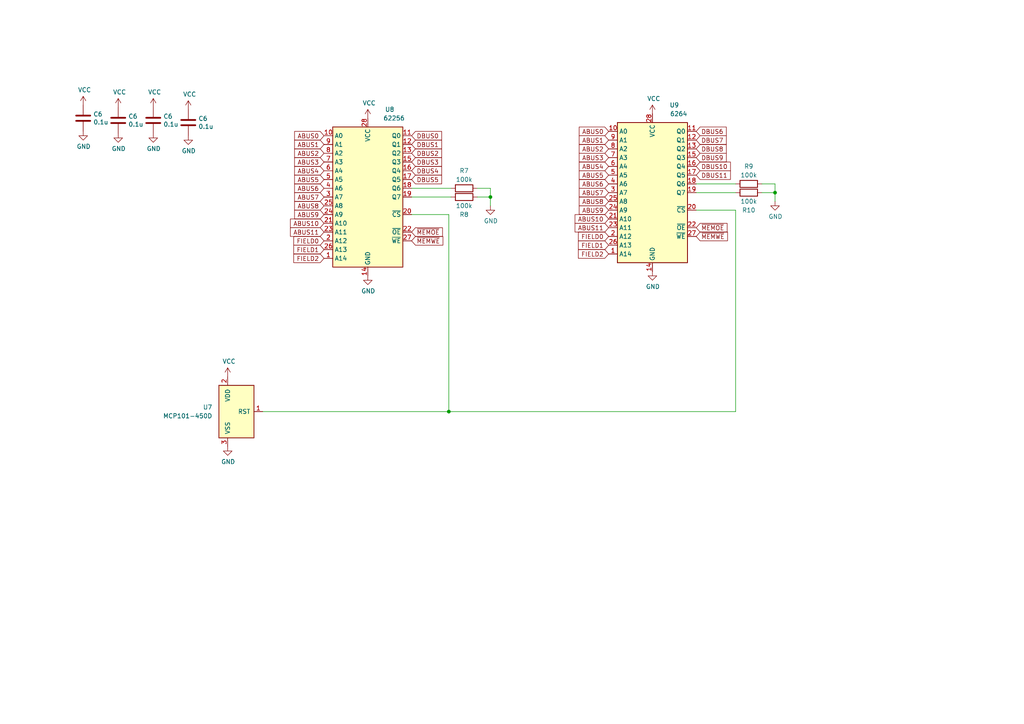
<source format=kicad_sch>
(kicad_sch (version 20230121) (generator eeschema)
  (paper "A4")
  (lib_symbols
    (symbol "Device:C" (pin_numbers hide) (pin_names (offset 0.254))
      (property "Reference" "C" (at 0.635 2.54 0))
      (property "Value" "C" (at 0.635 -2.54 0))
      (symbol "C_0_1"
        (polyline (pts (xy -2.032 -0.762) (xy 2.032 -0.762)) (stroke (width 0.508)))
        (polyline (pts (xy -2.032 0.762) (xy 2.032 0.762)) (stroke (width 0.508)))
      )
      (symbol "C_1_1"
        (pin passive line (at 0 3.81 270) (length 2.794) (name "~") (number "1"))
        (pin passive line (at 0 -3.81 90) (length 2.794) (name "~") (number "2"))
      )
    )
    (symbol "Device:R" (pin_numbers hide) (pin_names (offset 0))
      (property "Reference" "R" (at 2.032 0 90))
      (property "Value" "R" (at 0 0 90))
      (symbol "R_0_1"
        (rectangle (start -1.016 -2.54) (end 1.016 2.54) (stroke (width 0.254)))
      )
      (symbol "R_1_1"
        (pin passive line (at 0 3.81 270) (length 1.27) (name "~") (number "1"))
        (pin passive line (at 0 -3.81 90) (length 1.27) (name "~") (number "2"))
      )
    )
    (symbol "Memory_RAM:KM62256CLP"
      (property "Reference" "U" (at -10.16 20.955 0))
      (property "Value" "KM62256CLP" (at 2.54 20.955 0))
      (symbol "KM62256CLP_0_0"
        (pin power_in line (at 0 -22.86 90) (length 2.54) (name "GND") (number "14"))
        (pin power_in line (at 0 22.86 270) (length 2.54) (name "VCC") (number "28"))
      )
      (symbol "KM62256CLP_0_1"
        (rectangle (start -10.16 20.32) (end 10.16 -20.32) (stroke (width 0.254)) (fill (type background)))
      )
      (symbol "KM62256CLP_1_1"
        (pin input line (at -12.7 -17.78 0) (length 2.54) (name "A14") (number "1"))
        (pin input line (at -12.7 17.78 0) (length 2.54) (name "A0") (number "10"))
        (pin tri_state line (at 12.7 17.78 180) (length 2.54) (name "Q0") (number "11"))
        (pin tri_state line (at 12.7 15.24 180) (length 2.54) (name "Q1") (number "12"))
        (pin tri_state line (at 12.7 12.7 180) (length 2.54) (name "Q2") (number "13"))
        (pin tri_state line (at 12.7 10.16 180) (length 2.54) (name "Q3") (number "15"))
        (pin tri_state line (at 12.7 7.62 180) (length 2.54) (name "Q4") (number "16"))
        (pin tri_state line (at 12.7 5.08 180) (length 2.54) (name "Q5") (number "17"))
        (pin tri_state line (at 12.7 2.54 180) (length 2.54) (name "Q6") (number "18"))
        (pin tri_state line (at 12.7 0 180) (length 2.54) (name "Q7") (number "19"))
        (pin input line (at -12.7 -12.7 0) (length 2.54) (name "A12") (number "2"))
        (pin input line (at 12.7 -5.08 180) (length 2.54) (name "~{CS}") (number "20"))
        (pin input line (at -12.7 -7.62 0) (length 2.54) (name "A10") (number "21"))
        (pin input line (at 12.7 -10.16 180) (length 2.54) (name "~{OE}") (number "22"))
        (pin input line (at -12.7 -10.16 0) (length 2.54) (name "A11") (number "23"))
        (pin input line (at -12.7 -5.08 0) (length 2.54) (name "A9") (number "24"))
        (pin input line (at -12.7 -2.54 0) (length 2.54) (name "A8") (number "25"))
        (pin input line (at -12.7 -15.24 0) (length 2.54) (name "A13") (number "26"))
        (pin input line (at 12.7 -12.7 180) (length 2.54) (name "~{WE}") (number "27"))
        (pin input line (at -12.7 0 0) (length 2.54) (name "A7") (number "3"))
        (pin input line (at -12.7 2.54 0) (length 2.54) (name "A6") (number "4"))
        (pin input line (at -12.7 5.08 0) (length 2.54) (name "A5") (number "5"))
        (pin input line (at -12.7 7.62 0) (length 2.54) (name "A4") (number "6"))
        (pin input line (at -12.7 10.16 0) (length 2.54) (name "A3") (number "7"))
        (pin input line (at -12.7 12.7 0) (length 2.54) (name "A2") (number "8"))
        (pin input line (at -12.7 15.24 0) (length 2.54) (name "A1") (number "9"))
      )
    )
    (symbol "Power_Supervisor:MCP101-450D" (pin_names (offset 1.016))
      (property "Reference" "U" (at 0 8.89 0))
      (property "Value" "MCP101-450D" (at -1.27 -8.89 0))
      (symbol "MCP101-450D_1_1"
        (rectangle (start -5.08 7.62) (end 5.08 -7.62) (stroke (width 0.254)) (fill (type background)))
        (pin output line (at 7.62 0 180) (length 2.54) (name "RST") (number "1"))
        (pin power_in line (at -2.54 10.16 270) (length 2.54) (name "VDD") (number "2"))
        (pin power_in line (at -2.54 -10.16 90) (length 2.54) (name "VSS") (number "3"))
      )
    )
    (symbol "power:GND" (power) (pin_names (offset 0))
      (property "Value" "GND" (at 0 -3.81 0))
      (symbol "GND_0_1"
        (polyline (pts (xy 0 0) (xy 0 -1.27) (xy 1.27 -1.27) (xy 0 -2.54) (xy -1.27 -1.27) (xy 0 -1.27)))
      )
      (symbol "GND_1_1"
        (pin power_in line (at 0 0 270) (length 0) hide (name "GND") (number "1"))
      )
    )
    (symbol "power:VCC" (power) (pin_names (offset 0))
      (property "Value" "VCC" (at 0 3.81 0))
      (symbol "VCC_0_1"
        (polyline (pts (xy -0.762 1.27) (xy 0 2.54)))
        (polyline (pts (xy 0 0) (xy 0 2.54)))
        (polyline (pts (xy 0 2.54) (xy 0.762 1.27)))
      )
      (symbol "VCC_1_1"
        (pin power_in line (at 0 0 90) (length 0) hide (name "VCC") (number "1"))
      )
    )
  )
  (junction (at 130.175 119.38))
  (junction (at 142.24 57.15))
  (junction (at 224.79 55.88))
  (wire (pts (xy 130.175 119.38) (xy 76.2 119.38)))
  (wire (pts (xy 142.24 54.61) (xy 138.43 54.61)))
  (wire (pts (xy 224.79 58.42) (xy 224.79 55.88)))
  (wire (pts (xy 130.175 62.23) (xy 130.175 119.38)))
  (wire (pts (xy 142.24 59.69) (xy 142.24 57.15)))
  (wire (pts (xy 119.38 54.61) (xy 130.81 54.61)))
  (wire (pts (xy 201.93 53.34) (xy 213.36 53.34)))
  (wire (pts (xy 201.93 55.88) (xy 213.36 55.88)))
  (wire (pts (xy 142.24 57.15) (xy 142.24 54.61)))
  (wire (pts (xy 213.36 119.38) (xy 130.175 119.38)))
  (wire (pts (xy 224.79 55.88) (xy 224.79 53.34)))
  (wire (pts (xy 224.79 53.34) (xy 220.98 53.34)))
  (wire (pts (xy 201.93 60.96) (xy 213.36 60.96)))
  (wire (pts (xy 119.38 57.15) (xy 130.81 57.15)))
  (wire (pts (xy 119.38 62.23) (xy 130.175 62.23)))
  (wire (pts (xy 213.36 60.96) (xy 213.36 119.38)))
  (wire (pts (xy 138.43 57.15) (xy 142.24 57.15)))
  (wire (pts (xy 220.98 55.88) (xy 224.79 55.88)))
  (global_label "ABUS7" (shape input) (at 93.98 57.15 180) (property "Intersheetrefs" "${INTERSHEET_REFS}" (effects hide)))
  (global_label "ABUS5" (shape input) (at 176.53 50.8 180) (property "Intersheetrefs" "${INTERSHEET_REFS}" (effects hide)))
  (global_label "FIELD0" (shape input) (at 93.98 69.85 180) (property "Intersheetrefs" "${INTERSHEET_REFS}" (effects hide)))
  (global_label "DBUS2" (shape input) (at 119.38 44.45 0) (property "Intersheetrefs" "${INTERSHEET_REFS}" (effects hide)))
  (global_label "ABUS9" (shape input) (at 93.98 62.23 180) (property "Intersheetrefs" "${INTERSHEET_REFS}" (effects hide)))
  (global_label "ABUS8" (shape input) (at 93.98 59.69 180) (property "Intersheetrefs" "${INTERSHEET_REFS}" (effects hide)))
  (global_label "FIELD1" (shape input) (at 93.98 72.39 180) (property "Intersheetrefs" "${INTERSHEET_REFS}" (effects hide)))
  (global_label "FIELD0" (shape input) (at 176.53 68.58 180) (property "Intersheetrefs" "${INTERSHEET_REFS}" (effects hide)))
  (global_label "DBUS10" (shape input) (at 201.93 48.26 0) (property "Intersheetrefs" "${INTERSHEET_REFS}" (effects hide)))
  (global_label "DBUS4" (shape input) (at 119.38 49.53 0) (property "Intersheetrefs" "${INTERSHEET_REFS}" (effects hide)))
  (global_label "~{MEMWE}" (shape input) (at 201.93 68.58 0) (property "Intersheetrefs" "${INTERSHEET_REFS}" (effects hide)))
  (global_label "~{MEMOE}" (shape input) (at 119.38 67.31 0) (property "Intersheetrefs" "${INTERSHEET_REFS}" (effects hide)))
  (global_label "DBUS11" (shape input) (at 201.93 50.8 0) (property "Intersheetrefs" "${INTERSHEET_REFS}" (effects hide)))
  (global_label "ABUS4" (shape input) (at 93.98 49.53 180) (property "Intersheetrefs" "${INTERSHEET_REFS}" (effects hide)))
  (global_label "DBUS3" (shape input) (at 119.38 46.99 0) (property "Intersheetrefs" "${INTERSHEET_REFS}" (effects hide)))
  (global_label "ABUS3" (shape input) (at 176.53 45.72 180) (property "Intersheetrefs" "${INTERSHEET_REFS}" (effects hide)))
  (global_label "DBUS8" (shape input) (at 201.93 43.18 0) (property "Intersheetrefs" "${INTERSHEET_REFS}" (effects hide)))
  (global_label "ABUS6" (shape input) (at 93.98 54.61 180) (property "Intersheetrefs" "${INTERSHEET_REFS}" (effects hide)))
  (global_label "ABUS1" (shape input) (at 176.53 40.64 180) (property "Intersheetrefs" "${INTERSHEET_REFS}" (effects hide)))
  (global_label "ABUS6" (shape input) (at 176.53 53.34 180) (property "Intersheetrefs" "${INTERSHEET_REFS}" (effects hide)))
  (global_label "DBUS6" (shape input) (at 201.93 38.1 0) (property "Intersheetrefs" "${INTERSHEET_REFS}" (effects hide)))
  (global_label "DBUS7" (shape input) (at 201.93 40.64 0) (property "Intersheetrefs" "${INTERSHEET_REFS}" (effects hide)))
  (global_label "ABUS0" (shape input) (at 93.98 39.37 180) (property "Intersheetrefs" "${INTERSHEET_REFS}" (effects hide)))
  (global_label "ABUS2" (shape input) (at 176.53 43.18 180) (property "Intersheetrefs" "${INTERSHEET_REFS}" (effects hide)))
  (global_label "DBUS5" (shape input) (at 119.38 52.07 0) (property "Intersheetrefs" "${INTERSHEET_REFS}" (effects hide)))
  (global_label "ABUS8" (shape input) (at 176.53 58.42 180) (property "Intersheetrefs" "${INTERSHEET_REFS}" (effects hide)))
  (global_label "ABUS4" (shape input) (at 176.53 48.26 180) (property "Intersheetrefs" "${INTERSHEET_REFS}" (effects hide)))
  (global_label "ABUS5" (shape input) (at 93.98 52.07 180) (property "Intersheetrefs" "${INTERSHEET_REFS}" (effects hide)))
  (global_label "ABUS9" (shape input) (at 176.53 60.96 180) (property "Intersheetrefs" "${INTERSHEET_REFS}" (effects hide)))
  (global_label "DBUS9" (shape input) (at 201.93 45.72 0) (property "Intersheetrefs" "${INTERSHEET_REFS}" (effects hide)))
  (global_label "ABUS10" (shape input) (at 176.53 63.5 180) (property "Intersheetrefs" "${INTERSHEET_REFS}" (effects hide)))
  (global_label "ABUS2" (shape input) (at 93.98 44.45 180) (property "Intersheetrefs" "${INTERSHEET_REFS}" (effects hide)))
  (global_label "~{MEMOE}" (shape input) (at 201.93 66.04 0) (property "Intersheetrefs" "${INTERSHEET_REFS}" (effects hide)))
  (global_label "ABUS10" (shape input) (at 93.98 64.77 180) (property "Intersheetrefs" "${INTERSHEET_REFS}" (effects hide)))
  (global_label "~{MEMWE}" (shape input) (at 119.38 69.85 0) (property "Intersheetrefs" "${INTERSHEET_REFS}" (effects hide)))
  (global_label "ABUS0" (shape input) (at 176.53 38.1 180) (property "Intersheetrefs" "${INTERSHEET_REFS}" (effects hide)))
  (global_label "FIELD2" (shape input) (at 176.53 73.66 180) (property "Intersheetrefs" "${INTERSHEET_REFS}" (effects hide)))
  (global_label "ABUS3" (shape input) (at 93.98 46.99 180) (property "Intersheetrefs" "${INTERSHEET_REFS}" (effects hide)))
  (global_label "DBUS1" (shape input) (at 119.38 41.91 0) (property "Intersheetrefs" "${INTERSHEET_REFS}" (effects hide)))
  (global_label "ABUS11" (shape input) (at 176.53 66.04 180) (property "Intersheetrefs" "${INTERSHEET_REFS}" (effects hide)))
  (global_label "ABUS1" (shape input) (at 93.98 41.91 180) (property "Intersheetrefs" "${INTERSHEET_REFS}" (effects hide)))
  (global_label "FIELD2" (shape input) (at 93.98 74.93 180) (property "Intersheetrefs" "${INTERSHEET_REFS}" (effects hide)))
  (global_label "DBUS0" (shape input) (at 119.38 39.37 0) (property "Intersheetrefs" "${INTERSHEET_REFS}" (effects hide)))
  (global_label "ABUS7" (shape input) (at 176.53 55.88 180) (property "Intersheetrefs" "${INTERSHEET_REFS}" (effects hide)))
  (global_label "FIELD1" (shape input) (at 176.53 71.12 180) (property "Intersheetrefs" "${INTERSHEET_REFS}" (effects hide)))
  (global_label "ABUS11" (shape input) (at 93.98 67.31 180) (property "Intersheetrefs" "${INTERSHEET_REFS}" (effects hide)))
  (symbol (lib_id "power:VCC") (at 106.68 34.29 0) (unit 1)
    (property "Reference" "#PWR068" (effects hide))
    (property "Value" "VCC" (at 107.061 29.8958 0))
    (instances (project "q2a" (path "" (reference "#PWR068") (unit 1)) (path "" (reference "#PWR?") (unit 1))))
  )
  (symbol (lib_id "power:GND") (at 106.68 80.01 0) (unit 1)
    (property "Reference" "#PWR069" (effects hide))
    (property "Value" "GND" (at 106.807 84.4042 0))
    (instances (project "q2a" (path "" (reference "#PWR069") (unit 1)) (path "" (reference "#PWR?") (unit 1))))
  )
  (symbol (lib_id "power:GND") (at 189.23 78.74 0) (unit 1)
    (property "Reference" "#PWR072" (effects hide))
    (property "Value" "GND" (at 189.357 83.1342 0))
    (instances (project "q2a" (path "" (reference "#PWR072") (unit 1)) (path "" (reference "#PWR?") (unit 1))))
  )
  (symbol (lib_id "power:GND") (at 44.45 38.735 0) (unit 1)
    (property "Reference" "#PWR013" (effects hide))
    (property "Value" "GND" (at 44.577 43.1292 0))
    (instances (project "q2a" (path "" (reference "#PWR013") (unit 1)) (path "" (reference "#PWR027") (unit 1)) (path "" (reference "#PWR041") (unit 1)) (path "" (reference "#PWR055") (unit 1)) (path "" (reference "#PWR069") (unit 1)) (path "" (reference "#PWR083") (unit 1)) (path "" (reference "#PWR?") (unit 1)) (path "" (reference "#PWR034") (unit 1)) (path "" (reference "#PWR062") (unit 1)) (path "" (reference "#PWR090") (unit 1)) (path "" (reference "#PWR020") (unit 1)) (path "" (reference "#PWR076") (unit 1)) (path "" (reference "#PWR048") (unit 1)) (path "" (reference "#PWR063") (unit 1))))
  )
  (symbol (lib_id "Device:R") (at 134.62 57.15 90) (unit 1)
    (property "Reference" "R8" (at 134.62 62.23 90))
    (property "Value" "100k" (at 134.62 59.69 90))
    (property "Footprint" "Resistor_THT:R_Axial_DIN0207_L6.3mm_D2.5mm_P2.54mm_Vertical" (effects hide))
  )
  (symbol (lib_id "Memory_RAM:KM62256CLP") (at 106.68 57.15 0) (unit 1)
    (property "Reference" "U8" (at 113.03 31.75 0))
    (property "Value" "62256" (at 114.3 34.29 0))
    (property "Footprint" "Package_DIP:DIP-28_W15.24mm_Socket" (effects hide))
    (property "Datasheet" "https://www.futurlec.com/Datasheet/Memory/62256.pdf" (effects hide))
    (instances (project "q2a" (path "" (reference "U8") (unit 1)) (path "" (reference "U?") (unit 1))))
  )
  (symbol (lib_id "power:GND") (at 224.79 58.42 0) (unit 1)
    (property "Reference" "#PWR073" (effects hide))
    (property "Value" "GND" (at 224.917 62.8142 0))
    (instances (project "q2a" (path "" (reference "#PWR073") (unit 1)) (path "" (reference "#PWR?") (unit 1))))
  )
  (symbol (lib_id "Device:R") (at 217.17 53.34 90) (unit 1)
    (property "Reference" "R9" (at 217.17 48.26 90))
    (property "Value" "100k" (at 217.17 50.8 90))
    (property "Footprint" "Resistor_THT:R_Axial_DIN0207_L6.3mm_D2.5mm_P2.54mm_Vertical" (effects hide))
  )
  (symbol (lib_id "power:VCC") (at 189.23 33.02 0) (unit 1)
    (property "Reference" "#PWR071" (effects hide))
    (property "Value" "VCC" (at 189.611 28.6258 0))
    (instances (project "q2a" (path "" (reference "#PWR071") (unit 1)) (path "" (reference "#PWR?") (unit 1))))
  )
  (symbol (lib_id "power:GND") (at 54.61 39.37 0) (unit 1)
    (property "Reference" "#PWR013" (effects hide))
    (property "Value" "GND" (at 54.737 43.7642 0))
    (instances (project "q2a" (path "" (reference "#PWR013") (unit 1)) (path "" (reference "#PWR027") (unit 1)) (path "" (reference "#PWR041") (unit 1)) (path "" (reference "#PWR055") (unit 1)) (path "" (reference "#PWR069") (unit 1)) (path "" (reference "#PWR083") (unit 1)) (path "" (reference "#PWR?") (unit 1)) (path "" (reference "#PWR034") (unit 1)) (path "" (reference "#PWR062") (unit 1)) (path "" (reference "#PWR090") (unit 1)) (path "" (reference "#PWR020") (unit 1)) (path "" (reference "#PWR076") (unit 1)) (path "" (reference "#PWR048") (unit 1)) (path "" (reference "#PWR065") (unit 1))))
  )
  (symbol (lib_id "Device:R") (at 134.62 54.61 90) (unit 1)
    (property "Reference" "R7" (at 134.62 49.53 90))
    (property "Value" "100k" (at 134.62 52.07 90))
    (property "Footprint" "Resistor_THT:R_Axial_DIN0207_L6.3mm_D2.5mm_P2.54mm_Vertical" (effects hide))
  )
  (symbol (lib_id "power:GND") (at 34.29 38.735 0) (unit 1)
    (property "Reference" "#PWR013" (effects hide))
    (property "Value" "GND" (at 34.417 43.1292 0))
    (instances (project "q2a" (path "" (reference "#PWR013") (unit 1)) (path "" (reference "#PWR027") (unit 1)) (path "" (reference "#PWR041") (unit 1)) (path "" (reference "#PWR055") (unit 1)) (path "" (reference "#PWR069") (unit 1)) (path "" (reference "#PWR083") (unit 1)) (path "" (reference "#PWR?") (unit 1)) (path "" (reference "#PWR034") (unit 1)) (path "" (reference "#PWR062") (unit 1)) (path "" (reference "#PWR090") (unit 1)) (path "" (reference "#PWR020") (unit 1)) (path "" (reference "#PWR076") (unit 1)) (path "" (reference "#PWR048") (unit 1)) (path "" (reference "#PWR061") (unit 1))))
  )
  (symbol (lib_id "Device:R") (at 217.17 55.88 90) (unit 1)
    (property "Reference" "R10" (at 217.17 60.96 90))
    (property "Value" "100k" (at 217.17 58.42 90))
    (property "Footprint" "Resistor_THT:R_Axial_DIN0207_L6.3mm_D2.5mm_P2.54mm_Vertical" (effects hide))
  )
  (symbol (lib_id "Device:C") (at 24.13 34.29 0) (unit 1)
    (property "Reference" "C6" (at 27.051 33.1216 0) (effects (justify left)))
    (property "Value" "0.1u" (at 27.051 35.433 0) (effects (justify left)))
    (property "Footprint" "Capacitor_THT:C_Disc_D5.0mm_W2.5mm_P2.50mm" (effects hide))
    (instances (project "q2a" (path "" (reference "C6") (unit 1)) (path "" (reference "C8") (unit 1)) (path "" (reference "C10") (unit 1)) (path "" (reference "C12") (unit 1)) (path "" (reference "C14") (unit 1)) (path "" (reference "C16") (unit 1)) (path "" (reference "C7") (unit 1)) (path "" (reference "C11") (unit 1)) (path "" (reference "C15") (unit 1)) (path "" (reference "C5") (unit 1)) (path "" (reference "C13") (unit 1)) (path "" (reference "C9") (unit 1)) (path "" (reference "C14") (unit 1))))
  )
  (symbol (lib_id "Device:C") (at 54.61 35.56 0) (unit 1)
    (property "Reference" "C6" (at 57.531 34.3916 0) (effects (justify left)))
    (property "Value" "0.1u" (at 57.531 36.703 0) (effects (justify left)))
    (property "Footprint" "Capacitor_THT:C_Disc_D5.0mm_W2.5mm_P2.50mm" (effects hide))
    (instances (project "q2a" (path "" (reference "C6") (unit 1)) (path "" (reference "C8") (unit 1)) (path "" (reference "C10") (unit 1)) (path "" (reference "C12") (unit 1)) (path "" (reference "C14") (unit 1)) (path "" (reference "C16") (unit 1)) (path "" (reference "C7") (unit 1)) (path "" (reference "C11") (unit 1)) (path "" (reference "C15") (unit 1)) (path "" (reference "C5") (unit 1)) (path "" (reference "C13") (unit 1)) (path "" (reference "C9") (unit 1)) (path "" (reference "C17") (unit 1))))
  )
  (symbol (lib_id "power:VCC") (at 66.04 109.22 0) (unit 1)
    (property "Reference" "#PWR066" (effects hide))
    (property "Value" "VCC" (at 66.421 104.8258 0))
    (instances (project "q2a" (path "" (reference "#PWR066") (unit 1)) (path "" (reference "#PWR?") (unit 1))))
  )
  (symbol (lib_id "Device:C") (at 44.45 34.925 0) (unit 1)
    (property "Reference" "C6" (at 47.371 33.7566 0) (effects (justify left)))
    (property "Value" "0.1u" (at 47.371 36.068 0) (effects (justify left)))
    (property "Footprint" "Capacitor_THT:C_Disc_D5.0mm_W2.5mm_P2.50mm" (effects hide))
    (instances (project "q2a" (path "" (reference "C6") (unit 1)) (path "" (reference "C8") (unit 1)) (path "" (reference "C10") (unit 1)) (path "" (reference "C12") (unit 1)) (path "" (reference "C14") (unit 1)) (path "" (reference "C16") (unit 1)) (path "" (reference "C7") (unit 1)) (path "" (reference "C11") (unit 1)) (path "" (reference "C15") (unit 1)) (path "" (reference "C5") (unit 1)) (path "" (reference "C13") (unit 1)) (path "" (reference "C9") (unit 1)) (path "" (reference "C16") (unit 1))))
  )
  (symbol (lib_id "power:GND") (at 66.04 129.54 0) (unit 1)
    (property "Reference" "#PWR067" (effects hide))
    (property "Value" "GND" (at 66.167 133.9342 0))
    (instances (project "q2a" (path "" (reference "#PWR067") (unit 1)) (path "" (reference "#PWR?") (unit 1))))
  )
  (symbol (lib_id "power:VCC") (at 54.61 31.75 0) (unit 1)
    (property "Reference" "#PWR012" (effects hide))
    (property "Value" "VCC" (at 54.991 27.3558 0))
    (instances (project "q2a" (path "" (reference "#PWR012") (unit 1)) (path "" (reference "#PWR026") (unit 1)) (path "" (reference "#PWR040") (unit 1)) (path "" (reference "#PWR054") (unit 1)) (path "" (reference "#PWR068") (unit 1)) (path "" (reference "#PWR082") (unit 1)) (path "" (reference "#PWR?") (unit 1)) (path "" (reference "#PWR033") (unit 1)) (path "" (reference "#PWR061") (unit 1)) (path "" (reference "#PWR089") (unit 1)) (path "" (reference "#PWR019") (unit 1)) (path "" (reference "#PWR075") (unit 1)) (path "" (reference "#PWR047") (unit 1)) (path "" (reference "#PWR064") (unit 1))))
  )
  (symbol (lib_id "power:VCC") (at 24.13 30.48 0) (unit 1)
    (property "Reference" "#PWR012" (effects hide))
    (property "Value" "VCC" (at 24.511 26.0858 0))
    (instances (project "q2a" (path "" (reference "#PWR012") (unit 1)) (path "" (reference "#PWR026") (unit 1)) (path "" (reference "#PWR040") (unit 1)) (path "" (reference "#PWR054") (unit 1)) (path "" (reference "#PWR068") (unit 1)) (path "" (reference "#PWR082") (unit 1)) (path "" (reference "#PWR?") (unit 1)) (path "" (reference "#PWR033") (unit 1)) (path "" (reference "#PWR061") (unit 1)) (path "" (reference "#PWR089") (unit 1)) (path "" (reference "#PWR019") (unit 1)) (path "" (reference "#PWR075") (unit 1)) (path "" (reference "#PWR047") (unit 1)) (path "" (reference "#PWR058") (unit 1))))
  )
  (symbol (lib_id "power:GND") (at 24.13 38.1 0) (unit 1)
    (property "Reference" "#PWR013" (effects hide))
    (property "Value" "GND" (at 24.257 42.4942 0))
    (instances (project "q2a" (path "" (reference "#PWR013") (unit 1)) (path "" (reference "#PWR027") (unit 1)) (path "" (reference "#PWR041") (unit 1)) (path "" (reference "#PWR055") (unit 1)) (path "" (reference "#PWR069") (unit 1)) (path "" (reference "#PWR083") (unit 1)) (path "" (reference "#PWR?") (unit 1)) (path "" (reference "#PWR034") (unit 1)) (path "" (reference "#PWR062") (unit 1)) (path "" (reference "#PWR090") (unit 1)) (path "" (reference "#PWR020") (unit 1)) (path "" (reference "#PWR076") (unit 1)) (path "" (reference "#PWR048") (unit 1)) (path "" (reference "#PWR059") (unit 1))))
  )
  (symbol (lib_id "power:VCC") (at 34.29 31.115 0) (unit 1)
    (property "Reference" "#PWR012" (effects hide))
    (property "Value" "VCC" (at 34.671 26.7208 0))
    (instances (project "q2a" (path "" (reference "#PWR012") (unit 1)) (path "" (reference "#PWR026") (unit 1)) (path "" (reference "#PWR040") (unit 1)) (path "" (reference "#PWR054") (unit 1)) (path "" (reference "#PWR068") (unit 1)) (path "" (reference "#PWR082") (unit 1)) (path "" (reference "#PWR?") (unit 1)) (path "" (reference "#PWR033") (unit 1)) (path "" (reference "#PWR061") (unit 1)) (path "" (reference "#PWR089") (unit 1)) (path "" (reference "#PWR019") (unit 1)) (path "" (reference "#PWR075") (unit 1)) (path "" (reference "#PWR047") (unit 1)) (path "" (reference "#PWR060") (unit 1))))
  )
  (symbol (lib_id "Device:C") (at 34.29 34.925 0) (unit 1)
    (property "Reference" "C6" (at 37.211 33.7566 0) (effects (justify left)))
    (property "Value" "0.1u" (at 37.211 36.068 0) (effects (justify left)))
    (property "Footprint" "Capacitor_THT:C_Disc_D5.0mm_W2.5mm_P2.50mm" (effects hide))
    (instances (project "q2a" (path "" (reference "C6") (unit 1)) (path "" (reference "C8") (unit 1)) (path "" (reference "C10") (unit 1)) (path "" (reference "C12") (unit 1)) (path "" (reference "C14") (unit 1)) (path "" (reference "C16") (unit 1)) (path "" (reference "C7") (unit 1)) (path "" (reference "C11") (unit 1)) (path "" (reference "C15") (unit 1)) (path "" (reference "C5") (unit 1)) (path "" (reference "C13") (unit 1)) (path "" (reference "C9") (unit 1)) (path "" (reference "C15") (unit 1))))
  )
  (symbol (lib_id "power:GND") (at 142.24 59.69 0) (unit 1)
    (property "Reference" "#PWR070" (effects hide))
    (property "Value" "GND" (at 142.367 64.0842 0))
    (instances (project "q2a" (path "" (reference "#PWR070") (unit 1)) (path "" (reference "#PWR?") (unit 1))))
  )
  (symbol (lib_id "power:VCC") (at 44.45 31.115 0) (unit 1)
    (property "Reference" "#PWR012" (effects hide))
    (property "Value" "VCC" (at 44.831 26.7208 0))
    (instances (project "q2a" (path "" (reference "#PWR012") (unit 1)) (path "" (reference "#PWR026") (unit 1)) (path "" (reference "#PWR040") (unit 1)) (path "" (reference "#PWR054") (unit 1)) (path "" (reference "#PWR068") (unit 1)) (path "" (reference "#PWR082") (unit 1)) (path "" (reference "#PWR?") (unit 1)) (path "" (reference "#PWR033") (unit 1)) (path "" (reference "#PWR061") (unit 1)) (path "" (reference "#PWR089") (unit 1)) (path "" (reference "#PWR019") (unit 1)) (path "" (reference "#PWR075") (unit 1)) (path "" (reference "#PWR047") (unit 1)) (path "" (reference "#PWR062") (unit 1))))
  )
  (symbol (lib_id "Power_Supervisor:MCP101-450D") (at 68.58 119.38 0) (unit 1)
    (property "Reference" "U7" (at 61.595 118.11 0) (effects (justify right)))
    (property "Value" "MCP101-450D" (at 61.595 120.65 0) (effects (justify right)))
    (property "Datasheet" "http://ww1.microchip.com/downloads/en/DeviceDoc/11187f.pdf" (effects hide))
  )
  (symbol (lib_id "Memory_RAM:KM62256CLP") (at 189.23 55.88 0) (unit 1)
    (property "Reference" "U9" (at 195.58 30.48 0))
    (property "Value" "6264" (at 196.85 33.02 0))
    (property "Footprint" "Package_DIP:DIP-28_W15.24mm_Socket" (effects hide))
    (property "Datasheet" "https://www.futurlec.com/Datasheet/Memory/62256.pdf" (effects hide))
    (instances (project "q2a" (path "" (reference "U9") (unit 1)) (path "" (reference "U?") (unit 1))))
  )
)
</source>
